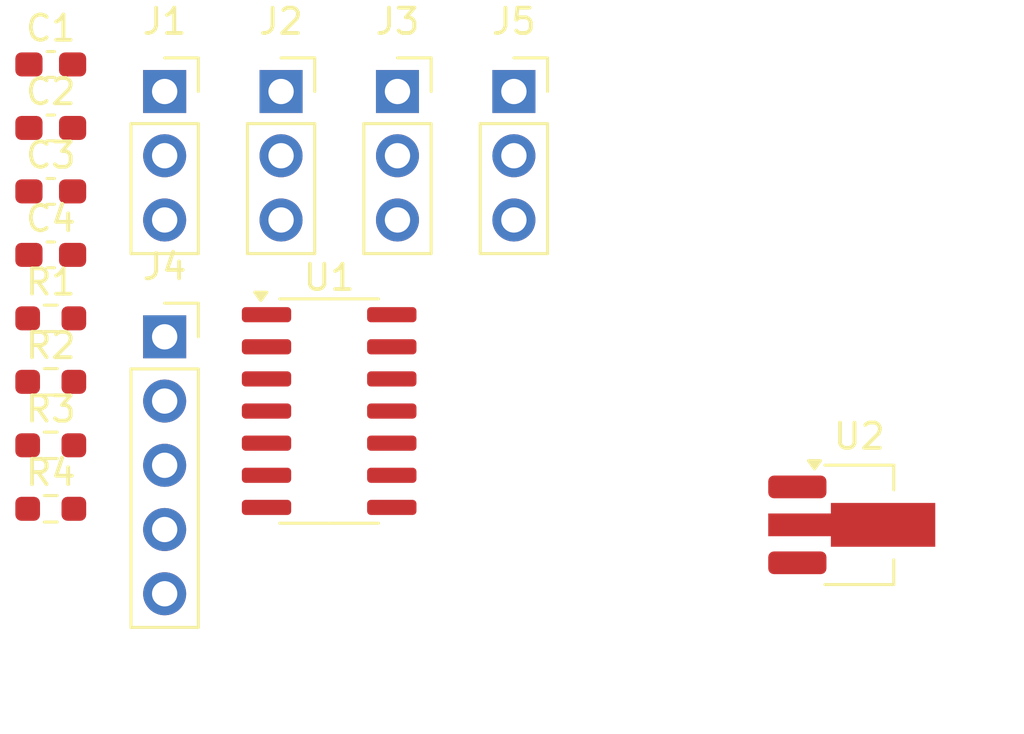
<source format=kicad_pcb>
(kicad_pcb (version 20240108) (generator "pcbnew") (generator_version "8.0")
  (layers (0 "F.Cu" signal) (31 "B.Cu" signal) (34 "B.Paste" user) (35 "F.Paste" user) (36 "B.SilkS" user "B.Silkscreen") (37 "F.SilkS" user "F.Silkscreen") (38 "B.Mask" user) (39 "F.Mask" user) (44 "Edge.Cuts" user))
  (net 0 "")
  (net 1 "VIN")
  (net 2 "GND")
  (net 3 "3V3")
  (net 4 "/PWM1")
  (net 5 "/PWM2")
  (net 7 "/UART_TX")
  (net 8 "/UART_RX")
  (net 9 "/UPDI")
  (net 10 "/PWM3")
  (net 11 "/SDA")
  (net 12 "/SCL")
  (net 13 "/VREAD")
  (net 14 "/SW")
  (net 15 "/B")
  (net 16 "/A")
  (footprint "Package_TO_SOT_SMD:SOT-89-3_Handsoldering" (layer "F.Cu") (at 77.95 54)
    (property "Reference" "U2" (at 0 -3.5 0) (layer "F.SilkS"))
    (property "Value" "AP2205-33Y-13")
    (fp_line (start -1.36 -2.36) (end 1.36 -2.36) (stroke (width 0.12)) (layer "F.SilkS"))
    (fp_line (start -1.22 -2.36) (end 1.36 -2.36) (stroke (width 0.12)) (layer "F.SilkS"))
    (fp_line (start 1.36 -1.38) (end 1.36 -2.36) (stroke (width 0.12)) (layer "F.SilkS"))
    (fp_line (start 1.36 1.38) (end 1.36 2.36) (stroke (width 0.12)) (layer "F.SilkS"))
    (fp_line (start 1.36 2.36) (end -1.36 2.36) (stroke (width 0.12)) (layer "F.SilkS"))
    (fp_poly (pts (xy -1.77 -2.21) (xy -2.01 -2.54) (xy -1.53 -2.54) (xy -1.77 -2.21)) (stroke (width 0.12)) (fill solid) (layer "F.SilkS"))
    (pad "1" smd roundrect (at -2.45 -1.5) (size 2.3 0.9) (layers "F.Cu" "F.Paste" "F.Mask") (net 1 "VIN"))
    (pad "2" smd custom (at -2.3625 0) (size 2.475 0.9) (layers "F.Cu" "F.Paste" "F.Mask") (net 2 "GND") (options (clearance outline) (anchor rect)) (primitives (gr_poly (pts (xy 5.3625 0.8665) (xy 1.2375 0.8665) (xy 1.2375 -0.8665) (xy 5.3625 -0.8665)) (width 0) (fill yes))))
    (pad "3" smd roundrect (at -2.45 1.5) (size 2.3 0.9) (layers "F.Cu" "F.Paste" "F.Mask") (net 3 "3V3"))
  )
  (footprint "Connector_PinSocket_2.54mm:PinSocket_1x05_P2.54mm_Vertical" (layer "F.Cu") (at 50.5 46.565)
    (property "Reference" "J4" (at 0 -2.77 0) (layer "F.SilkS"))
    (property "Value" "Prog")
    (fp_line (start -1.33 1.27) (end -1.33 11.49) (stroke (width 0.12)) (layer "F.SilkS"))
    (fp_line (start -1.33 1.27) (end 1.33 1.27) (stroke (width 0.12)) (layer "F.SilkS"))
    (fp_line (start -1.33 11.49) (end 1.33 11.49) (stroke (width 0.12)) (layer "F.SilkS"))
    (fp_line (start 0 -1.33) (end 1.33 -1.33) (stroke (width 0.12)) (layer "F.SilkS"))
    (fp_line (start 1.33 -1.33) (end 1.33 0) (stroke (width 0.12)) (layer "F.SilkS"))
    (fp_line (start 1.33 1.27) (end 1.33 11.49) (stroke (width 0.12)) (layer "F.SilkS"))
    (pad "1" thru_hole rect (at 0 0) (size 1.7 1.7) (drill 1) (layers "*.Cu" "*.Mask") (net 9 "/UPDI"))
    (pad "2" thru_hole oval (at 0 2.54) (size 1.7 1.7) (drill 1) (layers "*.Cu" "*.Mask") (net 3 "3V3"))
    (pad "3" thru_hole oval (at 0 5.08) (size 1.7 1.7) (drill 1) (layers "*.Cu" "*.Mask") (net 2 "GND"))
    (pad "4" thru_hole oval (at 0 7.62) (size 1.7 1.7) (drill 1) (layers "*.Cu" "*.Mask") (net 8 "/UART_RX"))
    (pad "5" thru_hole oval (at 0 10.16) (size 1.7 1.7) (drill 1) (layers "*.Cu" "*.Mask") (net 7 "/UART_TX"))
  )
  (footprint "Resistor_SMD:R_0603_1608Metric_Pad0.98x0.95mm_HandSolder" (layer "F.Cu") (at 46 50.855)
    (property "Reference" "R3" (at 0 -1.43 0) (layer "F.SilkS"))
    (property "Value" "15k")
    (fp_line (start -0.254724 -0.5225) (end 0.254724 -0.5225) (stroke (width 0.12)) (layer "F.SilkS"))
    (fp_line (start -0.254724 0.5225) (end 0.254724 0.5225) (stroke (width 0.12)) (layer "F.SilkS"))
    (pad "1" smd roundrect (at -0.9125 0) (size 0.975 0.95) (layers "F.Cu" "F.Paste" "F.Mask") (net 1 "VIN"))
    (pad "2" smd roundrect (at 0.9125 0) (size 0.975 0.95) (layers "F.Cu" "F.Paste" "F.Mask") (net 13 "/VREAD"))
  )
  (footprint "Package_SO:SOIC-14_3.9x8.7mm_P1.27mm" (layer "F.Cu") (at 57 49.5)
    (property "Reference" "U1" (at 0 -5.28 0) (layer "F.SilkS"))
    (property "Value" "ATtiny404-SS")
    (fp_line (start 0 -4.435) (end -1.95 -4.435) (stroke (width 0.12)) (layer "F.SilkS"))
    (fp_line (start 0 -4.435) (end 1.95 -4.435) (stroke (width 0.12)) (layer "F.SilkS"))
    (fp_line (start 0 4.435) (end -1.95 4.435) (stroke (width 0.12)) (layer "F.SilkS"))
    (fp_line (start 0 4.435) (end 1.95 4.435) (stroke (width 0.12)) (layer "F.SilkS"))
    (fp_poly (pts (xy -2.7 -4.37) (xy -2.94 -4.7) (xy -2.46 -4.7) (xy -2.7 -4.37)) (stroke (width 0.12)) (fill solid) (layer "F.SilkS"))
    (pad "1" smd roundrect (at -2.475 -3.81) (size 1.95 0.6) (layers "F.Cu" "F.Paste" "F.Mask") (net 3 "3V3"))
    (pad "2" smd roundrect (at -2.475 -2.54) (size 1.95 0.6) (layers "F.Cu" "F.Paste" "F.Mask") (net 5 "/PWM2"))
    (pad "3" smd roundrect (at -2.475 -1.27) (size 1.95 0.6) (layers "F.Cu" "F.Paste" "F.Mask") (net 4 "/PWM1"))
    (pad "4" smd roundrect (at -2.475 0) (size 1.95 0.6) (layers "F.Cu" "F.Paste" "F.Mask") (net 15 "/B"))
    (pad "5" smd roundrect (at -2.475 1.27) (size 1.95 0.6) (layers "F.Cu" "F.Paste" "F.Mask") (net 13 "/VREAD"))
    (pad "6" smd roundrect (at -2.475 2.54) (size 1.95 0.6) (layers "F.Cu" "F.Paste" "F.Mask") (net 8 "/UART_RX"))
    (pad "7" smd roundrect (at -2.475 3.81) (size 1.95 0.6) (layers "F.Cu" "F.Paste" "F.Mask") (net 7 "/UART_TX"))
    (pad "8" smd roundrect (at 2.475 3.81) (size 1.95 0.6) (layers "F.Cu" "F.Paste" "F.Mask") (net 11 "/SDA"))
    (pad "9" smd roundrect (at 2.475 2.54) (size 1.95 0.6) (layers "F.Cu" "F.Paste" "F.Mask") (net 12 "/SCL"))
    (pad "10" smd roundrect (at 2.475 1.27) (size 1.95 0.6) (layers "F.Cu" "F.Paste" "F.Mask") (net 9 "/UPDI"))
    (pad "11" smd roundrect (at 2.475 0) (size 1.95 0.6) (layers "F.Cu" "F.Paste" "F.Mask") (net 14 "/SW"))
    (pad "12" smd roundrect (at 2.475 -1.27) (size 1.95 0.6) (layers "F.Cu" "F.Paste" "F.Mask") (net 16 "/A"))
    (pad "13" smd roundrect (at 2.475 -2.54) (size 1.95 0.6) (layers "F.Cu" "F.Paste" "F.Mask") (net 10 "/PWM3"))
    (pad "14" smd roundrect (at 2.475 -3.81) (size 1.95 0.6) (layers "F.Cu" "F.Paste" "F.Mask") (net 2 "GND"))
  )
  (footprint "Resistor_SMD:R_0603_1608Metric_Pad0.98x0.95mm_HandSolder" (layer "F.Cu") (at 46 45.835)
    (property "Reference" "R1" (at 0 -1.43 0) (layer "F.SilkS"))
    (property "Value" "4.7k")
    (fp_line (start -0.254724 -0.5225) (end 0.254724 -0.5225) (stroke (width 0.12)) (layer "F.SilkS"))
    (fp_line (start -0.254724 0.5225) (end 0.254724 0.5225) (stroke (width 0.12)) (layer "F.SilkS"))
    (pad "1" smd roundrect (at -0.9125 0) (size 0.975 0.95) (layers "F.Cu" "F.Paste" "F.Mask") (net 3 "3V3"))
    (pad "2" smd roundrect (at 0.9125 0) (size 0.975 0.95) (layers "F.Cu" "F.Paste" "F.Mask") (net 11 "/SDA"))
  )
  (footprint "Capacitor_SMD:C_0603_1608Metric_Pad1.08x0.95mm_HandSolder" (layer "F.Cu") (at 46 38.305)
    (property "Reference" "C2" (at 0 -1.43 0) (layer "F.SilkS"))
    (property "Value" "2.2u")
    (fp_line (start -0.146267 -0.51) (end 0.146267 -0.51) (stroke (width 0.12)) (layer "F.SilkS"))
    (fp_line (start -0.146267 0.51) (end 0.146267 0.51) (stroke (width 0.12)) (layer "F.SilkS"))
    (pad "1" smd roundrect (at -0.8625 0) (size 1.075 0.95) (layers "F.Cu" "F.Paste" "F.Mask") (net 3 "3V3"))
    (pad "2" smd roundrect (at 0.8625 0) (size 1.075 0.95) (layers "F.Cu" "F.Paste" "F.Mask") (net 2 "GND"))
  )
  (footprint "Capacitor_SMD:C_0603_1608Metric_Pad1.08x0.95mm_HandSolder" (layer "F.Cu") (at 46 40.815)
    (property "Reference" "C3" (at 0 -1.43 0) (layer "F.SilkS"))
    (property "Value" "100n")
    (fp_line (start -0.146267 -0.51) (end 0.146267 -0.51) (stroke (width 0.12)) (layer "F.SilkS"))
    (fp_line (start -0.146267 0.51) (end 0.146267 0.51) (stroke (width 0.12)) (layer "F.SilkS"))
    (pad "1" smd roundrect (at -0.8625 0) (size 1.075 0.95) (layers "F.Cu" "F.Paste" "F.Mask") (net 3 "3V3"))
    (pad "2" smd roundrect (at 0.8625 0) (size 1.075 0.95) (layers "F.Cu" "F.Paste" "F.Mask") (net 2 "GND"))
  )
  (footprint "Connector_PinSocket_2.54mm:PinSocket_1x03_P2.54mm_Vertical" (layer "F.Cu") (at 50.5 36.865)
    (property "Reference" "J1" (at 0 -2.77 0) (layer "F.SilkS"))
    (property "Value" "Servo 1")
    (fp_line (start -1.33 1.27) (end -1.33 6.41) (stroke (width 0.12)) (layer "F.SilkS"))
    (fp_line (start -1.33 1.27) (end 1.33 1.27) (stroke (width 0.12)) (layer "F.SilkS"))
    (fp_line (start -1.33 6.41) (end 1.33 6.41) (stroke (width 0.12)) (layer "F.SilkS"))
    (fp_line (start 0 -1.33) (end 1.33 -1.33) (stroke (width 0.12)) (layer "F.SilkS"))
    (fp_line (start 1.33 -1.33) (end 1.33 0) (stroke (width 0.12)) (layer "F.SilkS"))
    (fp_line (start 1.33 1.27) (end 1.33 6.41) (stroke (width 0.12)) (layer "F.SilkS"))
    (pad "1" thru_hole rect (at 0 0) (size 1.7 1.7) (drill 1) (layers "*.Cu" "*.Mask") (net 4 "/PWM1"))
    (pad "2" thru_hole oval (at 0 2.54) (size 1.7 1.7) (drill 1) (layers "*.Cu" "*.Mask") (net 1 "VIN"))
    (pad "3" thru_hole oval (at 0 5.08) (size 1.7 1.7) (drill 1) (layers "*.Cu" "*.Mask") (net 2 "GND"))
  )
  (footprint "Capacitor_SMD:C_0603_1608Metric_Pad1.08x0.95mm_HandSolder" (layer "F.Cu") (at 46 43.325)
    (property "Reference" "C4" (at 0 -1.43 0) (layer "F.SilkS"))
    (property "Value" "100n")
    (fp_line (start -0.146267 -0.51) (end 0.146267 -0.51) (stroke (width 0.12)) (layer "F.SilkS"))
    (fp_line (start -0.146267 0.51) (end 0.146267 0.51) (stroke (width 0.12)) (layer "F.SilkS"))
    (pad "1" smd roundrect (at -0.8625 0) (size 1.075 0.95) (layers "F.Cu" "F.Paste" "F.Mask") (net 3 "3V3"))
    (pad "2" smd roundrect (at 0.8625 0) (size 1.075 0.95) (layers "F.Cu" "F.Paste" "F.Mask") (net 2 "GND"))
  )
  (footprint "Connector_PinSocket_2.54mm:PinSocket_1x03_P2.54mm_Vertical" (layer "F.Cu") (at 64.3 36.865)
    (property "Reference" "J5" (at 0 -2.77 0) (layer "F.SilkS"))
    (property "Value" "Servo 3")
    (fp_line (start -1.33 1.27) (end -1.33 6.41) (stroke (width 0.12)) (layer "F.SilkS"))
    (fp_line (start -1.33 1.27) (end 1.33 1.27) (stroke (width 0.12)) (layer "F.SilkS"))
    (fp_line (start -1.33 6.41) (end 1.33 6.41) (stroke (width 0.12)) (layer "F.SilkS"))
    (fp_line (start 0 -1.33) (end 1.33 -1.33) (stroke (width 0.12)) (layer "F.SilkS"))
    (fp_line (start 1.33 -1.33) (end 1.33 0) (stroke (width 0.12)) (layer "F.SilkS"))
    (fp_line (start 1.33 1.27) (end 1.33 6.41) (stroke (width 0.12)) (layer "F.SilkS"))
    (pad "1" thru_hole rect (at 0 0) (size 1.7 1.7) (drill 1) (layers "*.Cu" "*.Mask") (net 10 "/PWM3"))
    (pad "2" thru_hole oval (at 0 2.54) (size 1.7 1.7) (drill 1) (layers "*.Cu" "*.Mask") (net 1 "VIN"))
    (pad "3" thru_hole oval (at 0 5.08) (size 1.7 1.7) (drill 1) (layers "*.Cu" "*.Mask") (net 2 "GND"))
  )
  (footprint "Capacitor_SMD:C_0603_1608Metric_Pad1.08x0.95mm_HandSolder" (layer "F.Cu") (at 46 35.795)
    (property "Reference" "C1" (at 0 -1.43 0) (layer "F.SilkS"))
    (property "Value" "1u")
    (fp_line (start -0.146267 -0.51) (end 0.146267 -0.51) (stroke (width 0.12)) (layer "F.SilkS"))
    (fp_line (start -0.146267 0.51) (end 0.146267 0.51) (stroke (width 0.12)) (layer "F.SilkS"))
    (pad "1" smd roundrect (at -0.8625 0) (size 1.075 0.95) (layers "F.Cu" "F.Paste" "F.Mask") (net 1 "VIN"))
    (pad "2" smd roundrect (at 0.8625 0) (size 1.075 0.95) (layers "F.Cu" "F.Paste" "F.Mask") (net 2 "GND"))
  )
  (footprint "Resistor_SMD:R_0603_1608Metric_Pad0.98x0.95mm_HandSolder" (layer "F.Cu") (at 46 53.365)
    (property "Reference" "R4" (at 0 -1.43 0) (layer "F.SilkS"))
    (property "Value" "4.7k")
    (fp_line (start -0.254724 -0.5225) (end 0.254724 -0.5225) (stroke (width 0.12)) (layer "F.SilkS"))
    (fp_line (start -0.254724 0.5225) (end 0.254724 0.5225) (stroke (width 0.12)) (layer "F.SilkS"))
    (pad "1" smd roundrect (at -0.9125 0) (size 0.975 0.95) (layers "F.Cu" "F.Paste" "F.Mask") (net 13 "/VREAD"))
    (pad "2" smd roundrect (at 0.9125 0) (size 0.975 0.95) (layers "F.Cu" "F.Paste" "F.Mask") (net 2 "GND"))
  )
  (footprint "Connector_PinSocket_2.54mm:PinSocket_1x03_P2.54mm_Vertical" (layer "F.Cu") (at 55.1 36.865)
    (property "Reference" "J2" (at 0 -2.77 0) (layer "F.SilkS"))
    (property "Value" "Servo 2")
    (fp_line (start -1.33 1.27) (end -1.33 6.41) (stroke (width 0.12)) (layer "F.SilkS"))
    (fp_line (start -1.33 1.27) (end 1.33 1.27) (stroke (width 0.12)) (layer "F.SilkS"))
    (fp_line (start -1.33 6.41) (end 1.33 6.41) (stroke (width 0.12)) (layer "F.SilkS"))
    (fp_line (start 0 -1.33) (end 1.33 -1.33) (stroke (width 0.12)) (layer "F.SilkS"))
    (fp_line (start 1.33 -1.33) (end 1.33 0) (stroke (width 0.12)) (layer "F.SilkS"))
    (fp_line (start 1.33 1.27) (end 1.33 6.41) (stroke (width 0.12)) (layer "F.SilkS"))
    (pad "1" thru_hole rect (at 0 0) (size 1.7 1.7) (drill 1) (layers "*.Cu" "*.Mask") (net 5 "/PWM2"))
    (pad "2" thru_hole oval (at 0 2.54) (size 1.7 1.7) (drill 1) (layers "*.Cu" "*.Mask") (net 1 "VIN"))
    (pad "3" thru_hole oval (at 0 5.08) (size 1.7 1.7) (drill 1) (layers "*.Cu" "*.Mask") (net 2 "GND"))
  )
  (footprint "Connector_PinSocket_2.54mm:PinSocket_1x03_P2.54mm_Vertical" (layer "F.Cu") (at 59.7 36.865)
    (property "Reference" "J3" (at 0 -2.77 0) (layer "F.SilkS"))
    (property "Value" "Power In")
    (fp_line (start -1.33 1.27) (end -1.33 6.41) (stroke (width 0.12)) (layer "F.SilkS"))
    (fp_line (start -1.33 1.27) (end 1.33 1.27) (stroke (width 0.12)) (layer "F.SilkS"))
    (fp_line (start -1.33 6.41) (end 1.33 6.41) (stroke (width 0.12)) (layer "F.SilkS"))
    (fp_line (start 0 -1.33) (end 1.33 -1.33) (stroke (width 0.12)) (layer "F.SilkS"))
    (fp_line (start 1.33 -1.33) (end 1.33 0) (stroke (width 0.12)) (layer "F.SilkS"))
    (fp_line (start 1.33 1.27) (end 1.33 6.41) (stroke (width 0.12)) (layer "F.SilkS"))
    (pad "1" thru_hole rect (at 0 0) (size 1.7 1.7) (drill 1) (layers "*.Cu" "*.Mask"))
    (pad "2" thru_hole oval (at 0 2.54) (size 1.7 1.7) (drill 1) (layers "*.Cu" "*.Mask") (net 1 "VIN"))
    (pad "3" thru_hole oval (at 0 5.08) (size 1.7 1.7) (drill 1) (layers "*.Cu" "*.Mask") (net 2 "GND"))
  )
  (footprint "Resistor_SMD:R_0603_1608Metric_Pad0.98x0.95mm_HandSolder" (layer "F.Cu") (at 46 48.345)
    (property "Reference" "R2" (at 0 -1.43 0) (layer "F.SilkS"))
    (property "Value" "4.7k")
    (fp_line (start -0.254724 -0.5225) (end 0.254724 -0.5225) (stroke (width 0.12)) (layer "F.SilkS"))
    (fp_line (start -0.254724 0.5225) (end 0.254724 0.5225) (stroke (width 0.12)) (layer "F.SilkS"))
    (pad "1" smd roundrect (at -0.9125 0) (size 0.975 0.95) (layers "F.Cu" "F.Paste" "F.Mask") (net 3 "3V3"))
    (pad "2" smd roundrect (at 0.9125 0) (size 0.975 0.95) (layers "F.Cu" "F.Paste" "F.Mask") (net 12 "/SCL"))
  )
)
</source>
